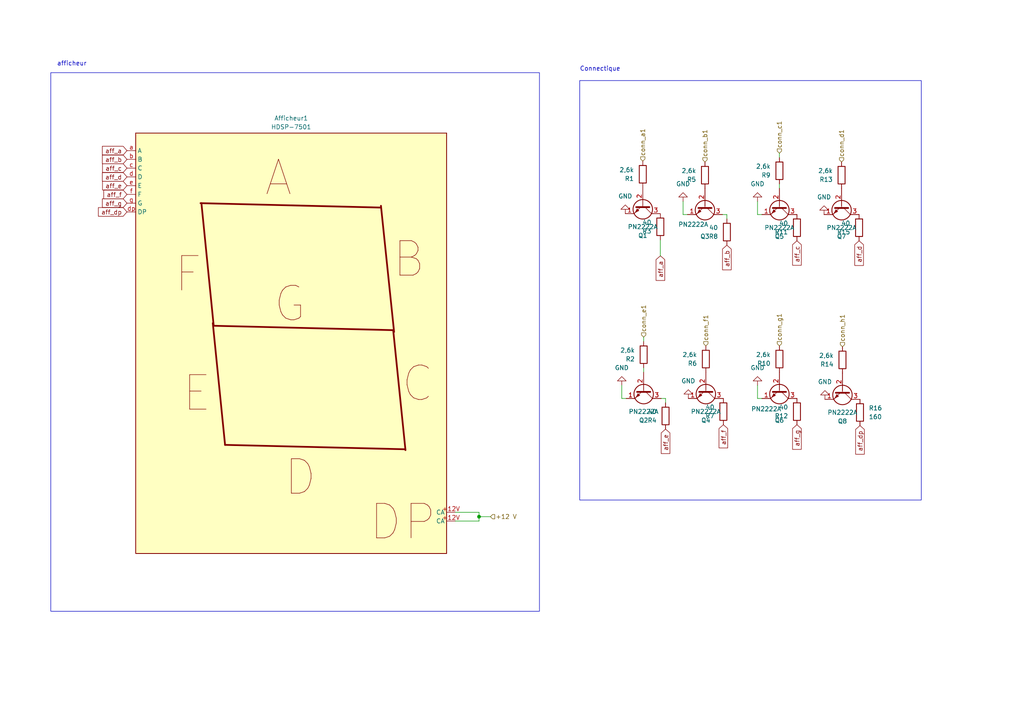
<source format=kicad_sch>
(kicad_sch (version 20230121) (generator eeschema)

  (uuid e8517312-9821-4902-bbef-5c9954281e69)

  (paper "A4")

  (lib_symbols
    (symbol "Device:R" (pin_numbers hide) (pin_names (offset 0)) (in_bom yes) (on_board yes)
      (property "Reference" "R" (at 2.032 0 90)
        (effects (font (size 1.27 1.27)))
      )
      (property "Value" "R" (at 0 0 90)
        (effects (font (size 1.27 1.27)))
      )
      (property "Footprint" "" (at -1.778 0 90)
        (effects (font (size 1.27 1.27)) hide)
      )
      (property "Datasheet" "~" (at 0 0 0)
        (effects (font (size 1.27 1.27)) hide)
      )
      (property "ki_keywords" "R res resistor" (at 0 0 0)
        (effects (font (size 1.27 1.27)) hide)
      )
      (property "ki_description" "Resistor" (at 0 0 0)
        (effects (font (size 1.27 1.27)) hide)
      )
      (property "ki_fp_filters" "R_*" (at 0 0 0)
        (effects (font (size 1.27 1.27)) hide)
      )
      (symbol "R_0_1"
        (rectangle (start -1.016 -2.54) (end 1.016 2.54)
          (stroke (width 0.254) (type default))
          (fill (type none))
        )
      )
      (symbol "R_1_1"
        (pin passive line (at 0 3.81 270) (length 1.27)
          (name "~" (effects (font (size 1.27 1.27))))
          (number "1" (effects (font (size 1.27 1.27))))
        )
        (pin passive line (at 0 -3.81 90) (length 1.27)
          (name "~" (effects (font (size 1.27 1.27))))
          (number "2" (effects (font (size 1.27 1.27))))
        )
      )
    )
    (symbol "HDSP-7501_1" (in_bom yes) (on_board yes)
      (property "Reference" "Afficheur2" (at 41.275 13.208 0)
        (effects (font (size 1.27 1.27)))
      )
      (property "Value" "HDSP-7501" (at 41.275 10.668 0)
        (effects (font (size 1.27 1.27)))
      )
      (property "Footprint" "Display_footprint:Aff_7seg_footprint" (at 68.834 -115.57 0)
        (effects (font (size 1.27 1.27)) hide)
      )
      (property "Datasheet" "https://docs.broadcom.com/docs/AV02-2553EN" (at 23.622 12.7 0)
        (effects (font (size 1.27 1.27)) hide)
      )
      (property "ki_keywords" "display LED 7-segment" (at 0 0 0)
        (effects (font (size 1.27 1.27)) hide)
      )
      (property "ki_description" "One digit 7 segment high efficiency red, common anode" (at 0 0 0)
        (effects (font (size 1.27 1.27)) hide)
      )
      (property "ki_fp_filters" "HDSP?A151*" (at 0 0 0)
        (effects (font (size 1.27 1.27)) hide)
      )
      (symbol "HDSP-7501_1_1_0"
        (text "A" (at 37.592 -4.064 0)
          (effects (font (size 10 10)))
        )
        (text "B" (at 75.438 -27.686 0)
          (effects (font (size 10 10)))
        )
        (text "C" (at 77.978 -63.754 0)
          (effects (font (size 10 10)))
        )
        (text "D" (at 43.942 -90.932 0)
          (effects (font (size 10 10)))
        )
        (text "DP" (at 73.66 -103.886 0)
          (effects (font (size 10 10)))
        )
        (text "E" (at 13.97 -66.548 0)
          (effects (font (size 10 10)))
        )
        (text "F" (at 11.43 -32.004 0)
          (effects (font (size 10 10)))
        )
        (text "G" (at 40.894 -40.64 0)
          (effects (font (size 10 10)))
        )
      )
      (symbol "HDSP-7501_1_1_1"
        (rectangle (start -3.81 8.89) (end 86.36 -113.03)
          (stroke (width 0.254) (type default))
          (fill (type background))
        )
        (polyline
          (pts
            (xy 14.986 -11.43)
            (xy 67.056 -12.7)
          )
          (stroke (width 0.508) (type default))
          (fill (type none))
        )
        (polyline
          (pts
            (xy 15.24 -11.43)
            (xy 18.796 -46.99)
          )
          (stroke (width 0.508) (type default))
          (fill (type none))
        )
        (polyline
          (pts
            (xy 18.542 -46.228)
            (xy 22.098 -81.534)
          )
          (stroke (width 0.508) (type default))
          (fill (type none))
        )
        (polyline
          (pts
            (xy 18.796 -46.99)
            (xy 70.866 -48.26)
          )
          (stroke (width 0.508) (type default))
          (fill (type none))
        )
        (polyline
          (pts
            (xy 21.336 -1.651)
            (xy 21.336 -1.651)
          )
          (stroke (width 0.508) (type default))
          (fill (type none))
        )
        (polyline
          (pts
            (xy 22.098 -81.534)
            (xy 74.168 -82.804)
          )
          (stroke (width 0.508) (type default))
          (fill (type none))
        )
        (polyline
          (pts
            (xy 67.31 -12.192)
            (xy 71.12 -48.768)
          )
          (stroke (width 0.508) (type default))
          (fill (type none))
        )
        (polyline
          (pts
            (xy 70.866 -48.26)
            (xy 74.422 -83.058)
          )
          (stroke (width 0.508) (type default))
          (fill (type none))
        )
        (pin input line (at 88.9 -103.632 180) (length 2.54)
          (name "CA" (effects (font (size 1.27 1.27))))
          (number "+12V" (effects (font (size 1.27 1.27))))
        )
        (pin input line (at 88.9 -101.092 180) (length 2.54)
          (name "CA" (effects (font (size 1.27 1.27))))
          (number "+12V" (effects (font (size 1.27 1.27))))
        )
        (pin input line (at -6.35 3.81 0) (length 2.54)
          (name "A" (effects (font (size 1.27 1.27))))
          (number "a" (effects (font (size 1.27 1.27))))
        )
        (pin input line (at -6.35 1.27 0) (length 2.54)
          (name "B" (effects (font (size 1.27 1.27))))
          (number "b" (effects (font (size 1.27 1.27))))
        )
        (pin input line (at -6.35 -1.27 0) (length 2.54)
          (name "C" (effects (font (size 1.27 1.27))))
          (number "c" (effects (font (size 1.27 1.27))))
        )
        (pin input line (at -6.35 -3.81 0) (length 2.54)
          (name "D" (effects (font (size 1.27 1.27))))
          (number "d" (effects (font (size 1.27 1.27))))
        )
        (pin input line (at -6.35 -13.97 0) (length 2.54)
          (name "DP" (effects (font (size 1.27 1.27))))
          (number "dp" (effects (font (size 1.27 1.27))))
        )
        (pin input line (at -6.35 -6.35 0) (length 2.54)
          (name "E" (effects (font (size 1.27 1.27))))
          (number "e" (effects (font (size 1.27 1.27))))
        )
        (pin input line (at -6.35 -8.89 0) (length 2.54)
          (name "F" (effects (font (size 1.27 1.27))))
          (number "f" (effects (font (size 1.27 1.27))))
        )
        (pin input line (at -6.35 -11.43 0) (length 2.54)
          (name "G" (effects (font (size 1.27 1.27))))
          (number "g" (effects (font (size 1.27 1.27))))
        )
      )
    )
    (symbol "Transistor_BJT:PN2222A" (pin_names (offset 0) hide) (in_bom yes) (on_board yes)
      (property "Reference" "Q" (at 5.08 1.905 0)
        (effects (font (size 1.27 1.27)) (justify left))
      )
      (property "Value" "PN2222A" (at 5.08 0 0)
        (effects (font (size 1.27 1.27)) (justify left))
      )
      (property "Footprint" "Package_TO_SOT_THT:TO-92_Inline" (at 5.08 -1.905 0)
        (effects (font (size 1.27 1.27) italic) (justify left) hide)
      )
      (property "Datasheet" "https://www.onsemi.com/pub/Collateral/PN2222-D.PDF" (at 0 0 0)
        (effects (font (size 1.27 1.27)) (justify left) hide)
      )
      (property "ki_keywords" "NPN Transistor" (at 0 0 0)
        (effects (font (size 1.27 1.27)) hide)
      )
      (property "ki_description" "1A Ic, 40V Vce, NPN Transistor, General Purpose Transistor, TO-92" (at 0 0 0)
        (effects (font (size 1.27 1.27)) hide)
      )
      (property "ki_fp_filters" "TO?92*" (at 0 0 0)
        (effects (font (size 1.27 1.27)) hide)
      )
      (symbol "PN2222A_0_1"
        (polyline
          (pts
            (xy 0 0)
            (xy 0.635 0)
          )
          (stroke (width 0) (type default))
          (fill (type none))
        )
        (polyline
          (pts
            (xy 2.54 -2.54)
            (xy 0.635 -0.635)
          )
          (stroke (width 0) (type default))
          (fill (type none))
        )
        (polyline
          (pts
            (xy 2.54 2.54)
            (xy 0.635 0.635)
          )
          (stroke (width 0) (type default))
          (fill (type none))
        )
        (polyline
          (pts
            (xy 0.635 1.905)
            (xy 0.635 -1.905)
            (xy 0.635 -1.905)
          )
          (stroke (width 0.508) (type default))
          (fill (type none))
        )
        (polyline
          (pts
            (xy 2.413 -2.413)
            (xy 1.905 -1.905)
            (xy 1.905 -1.905)
          )
          (stroke (width 0) (type default))
          (fill (type none))
        )
        (polyline
          (pts
            (xy 1.143 -1.651)
            (xy 1.651 -1.143)
            (xy 2.159 -2.159)
            (xy 1.143 -1.651)
            (xy 1.143 -1.651)
          )
          (stroke (width 0) (type default))
          (fill (type outline))
        )
        (circle (center 1.27 0) (radius 2.8194)
          (stroke (width 0.254) (type default))
          (fill (type none))
        )
      )
      (symbol "PN2222A_1_1"
        (pin passive line (at 2.54 -5.08 90) (length 2.54)
          (name "E" (effects (font (size 1.27 1.27))))
          (number "1" (effects (font (size 1.27 1.27))))
        )
        (pin input line (at -5.08 0 0) (length 5.08)
          (name "B" (effects (font (size 1.27 1.27))))
          (number "2" (effects (font (size 1.27 1.27))))
        )
        (pin passive line (at 2.54 5.08 270) (length 2.54)
          (name "C" (effects (font (size 1.27 1.27))))
          (number "3" (effects (font (size 1.27 1.27))))
        )
      )
    )
    (symbol "power:GND" (power) (pin_names (offset 0)) (in_bom yes) (on_board yes)
      (property "Reference" "#PWR" (at 0 -6.35 0)
        (effects (font (size 1.27 1.27)) hide)
      )
      (property "Value" "GND" (at 0 -3.81 0)
        (effects (font (size 1.27 1.27)))
      )
      (property "Footprint" "" (at 0 0 0)
        (effects (font (size 1.27 1.27)) hide)
      )
      (property "Datasheet" "" (at 0 0 0)
        (effects (font (size 1.27 1.27)) hide)
      )
      (property "ki_keywords" "global power" (at 0 0 0)
        (effects (font (size 1.27 1.27)) hide)
      )
      (property "ki_description" "Power symbol creates a global label with name \"GND\" , ground" (at 0 0 0)
        (effects (font (size 1.27 1.27)) hide)
      )
      (symbol "GND_0_1"
        (polyline
          (pts
            (xy 0 0)
            (xy 0 -1.27)
            (xy 1.27 -1.27)
            (xy 0 -2.54)
            (xy -1.27 -1.27)
            (xy 0 -1.27)
          )
          (stroke (width 0) (type default))
          (fill (type none))
        )
      )
      (symbol "GND_1_1"
        (pin power_in line (at 0 0 270) (length 0) hide
          (name "GND" (effects (font (size 1.27 1.27))))
          (number "1" (effects (font (size 1.27 1.27))))
        )
      )
    )
  )

  (junction (at 138.938 149.86) (diameter 0) (color 0 0 0 0)
    (uuid 22bfa694-6383-419a-b8bc-2969f7b696d3)
  )

  (wire (pts (xy 191.516 74.1934) (xy 191.516 69.596))
    (stroke (width 0) (type default))
    (uuid 07036d73-234d-4e7b-a787-9295de5f9d4d)
  )
  (wire (pts (xy 193.04 116.84) (xy 193.04 115.57))
    (stroke (width 0) (type default))
    (uuid 0fcde9c9-7f1d-4bd8-b43a-81ca3144b2ad)
  )
  (wire (pts (xy 138.938 148.59) (xy 138.938 149.86))
    (stroke (width 0) (type default))
    (uuid 19198da9-1eb0-45aa-bf42-04990a21e6a3)
  )
  (wire (pts (xy 226.06 54.61) (xy 226.06 53.34))
    (stroke (width 0) (type default))
    (uuid 1f14313b-1aaf-483e-b7f5-0f15e7371351)
  )
  (wire (pts (xy 142.24 149.86) (xy 138.938 149.86))
    (stroke (width 0) (type default))
    (uuid 255d0e80-98ce-4a32-bdb6-e385e39da188)
  )
  (wire (pts (xy 138.938 149.86) (xy 138.938 151.13))
    (stroke (width 0) (type default))
    (uuid 2da3ae50-7170-4d69-b474-06fe08db8a62)
  )
  (wire (pts (xy 226.06 44.45) (xy 226.06 45.72))
    (stroke (width 0) (type default))
    (uuid 3ea94193-f849-44f2-b255-965cb5d89d02)
  )
  (wire (pts (xy 138.938 151.13) (xy 132.08 151.13))
    (stroke (width 0) (type default))
    (uuid 57ccc595-7eb8-426a-8c8f-347d89e743c7)
  )
  (wire (pts (xy 220.98 115.57) (xy 219.71 115.57))
    (stroke (width 0) (type default))
    (uuid 7cb0acf9-1424-4d84-90c3-800de90e5c60)
  )
  (wire (pts (xy 193.04 115.57) (xy 191.77 115.57))
    (stroke (width 0) (type default))
    (uuid 80e7f254-c359-4d12-94bd-bc92a1bf8c3f)
  )
  (wire (pts (xy 186.69 107.95) (xy 186.69 106.68))
    (stroke (width 0) (type default))
    (uuid 82dce375-b1db-43da-8e43-b25dd45d9e88)
  )
  (wire (pts (xy 220.98 62.23) (xy 219.71 62.23))
    (stroke (width 0) (type default))
    (uuid 8839add0-d667-45ba-9dad-d6036a7636d0)
  )
  (wire (pts (xy 181.61 115.57) (xy 180.34 115.57))
    (stroke (width 0) (type default))
    (uuid 89615f6e-9a67-483d-ab0a-3403e56e358b)
  )
  (wire (pts (xy 132.08 148.59) (xy 138.938 148.59))
    (stroke (width 0) (type default))
    (uuid 946da4fd-cb81-41e8-8cf4-d918fd30d4ba)
  )
  (wire (pts (xy 219.71 115.57) (xy 219.71 111.76))
    (stroke (width 0) (type default))
    (uuid 9fdb419c-265b-49e7-bab0-3e5b23a985fe)
  )
  (wire (pts (xy 186.69 97.79) (xy 186.69 99.06))
    (stroke (width 0) (type default))
    (uuid a5aa9cb4-fa25-466c-8670-8e3a964d9d51)
  )
  (wire (pts (xy 198.12 62.23) (xy 198.12 58.42))
    (stroke (width 0) (type default))
    (uuid b0cb9a9b-69ef-40a5-9c6f-879ee491a617)
  )
  (wire (pts (xy 219.71 62.23) (xy 219.71 58.42))
    (stroke (width 0) (type default))
    (uuid c90f9124-7278-4d50-9c9b-f753cf75a056)
  )
  (wire (pts (xy 210.82 62.23) (xy 209.55 62.23))
    (stroke (width 0) (type default))
    (uuid ce2f2641-40e5-41c3-8e7b-4cc126b95e73)
  )
  (wire (pts (xy 191.5414 74.1934) (xy 191.516 74.1934))
    (stroke (width 0) (type default))
    (uuid e0364a46-1178-473b-a79c-72ac40648d82)
  )
  (wire (pts (xy 210.82 63.5) (xy 210.82 62.23))
    (stroke (width 0) (type default))
    (uuid e1e773ff-1a10-45f7-a44a-5cf40683b40f)
  )
  (wire (pts (xy 199.39 62.23) (xy 198.12 62.23))
    (stroke (width 0) (type default))
    (uuid f2355016-1729-46d1-9cfb-5d0bd8271e02)
  )
  (wire (pts (xy 180.34 115.57) (xy 180.34 111.76))
    (stroke (width 0) (type default))
    (uuid f45f7eae-e8c5-4335-91e2-76d36a9c6dc1)
  )

  (rectangle (start 97.536 233.934) (end 97.536 233.934)
    (stroke (width 0) (type default))
    (fill (type none))
    (uuid 6b078832-765b-4bf1-bc4c-4071737b3704)
  )
  (rectangle (start 168.148 23.368) (end 267.208 145.034)
    (stroke (width 0) (type default))
    (fill (type none))
    (uuid 9eb343d5-0c8d-42b4-8baf-6703337955da)
  )
  (rectangle (start 14.732 21.082) (end 156.464 177.292)
    (stroke (width 0) (type default))
    (fill (type none))
    (uuid d770d5ee-e2d5-4f45-8a16-f15ec89bf372)
  )

  (text "afficheur" (at 16.51 19.304 0)
    (effects (font (size 1.27 1.27)) (justify left bottom))
    (uuid 1fca170f-7c4e-4a71-ac66-8cc6c259546d)
  )
  (text "Connectique" (at 168.148 20.828 0)
    (effects (font (size 1.27 1.27)) (justify left bottom))
    (uuid a6d2847f-5232-4c39-a02e-a3e2db6f8bd2)
  )

  (global_label "aff_g" (shape input) (at 231.14 123.19 270) (fields_autoplaced)
    (effects (font (size 1.27 1.27)) (justify right))
    (uuid 2ae5f71d-2d17-4b22-b996-da9fd486f3fd)
    (property "Intersheetrefs" "${INTERSHEET_REFS}" (at 231.14 130.8922 90)
      (effects (font (size 1.27 1.27)) (justify right) hide)
    )
  )
  (global_label "aff_f" (shape input) (at 209.804 123.19 270) (fields_autoplaced)
    (effects (font (size 1.27 1.27)) (justify right))
    (uuid 384d7018-758a-4454-9c2c-ac3e767c6b82)
    (property "Intersheetrefs" "${INTERSHEET_REFS}" (at 209.804 130.4689 90)
      (effects (font (size 1.27 1.27)) (justify right) hide)
    )
  )
  (global_label "aff_b" (shape input) (at 36.83 46.228 180) (fields_autoplaced)
    (effects (font (size 1.27 1.27)) (justify right))
    (uuid 614f54f5-4c04-4895-9c4a-5554f2ddd10c)
    (property "Intersheetrefs" "${INTERSHEET_REFS}" (at 29.1278 46.228 0)
      (effects (font (size 1.27 1.27)) (justify right) hide)
    )
  )
  (global_label "aff_dp" (shape input) (at 36.83 61.468 180) (fields_autoplaced)
    (effects (font (size 1.27 1.27)) (justify right))
    (uuid 6618a01d-3b60-42a9-8fd7-70c42c82b2d0)
    (property "Intersheetrefs" "${INTERSHEET_REFS}" (at 27.9788 61.468 0)
      (effects (font (size 1.27 1.27)) (justify right) hide)
    )
  )
  (global_label "aff_f" (shape input) (at 36.83 56.388 180) (fields_autoplaced)
    (effects (font (size 1.27 1.27)) (justify right))
    (uuid 86194583-647e-4c1c-af60-9f3220044141)
    (property "Intersheetrefs" "${INTERSHEET_REFS}" (at 29.5511 56.388 0)
      (effects (font (size 1.27 1.27)) (justify right) hide)
    )
  )
  (global_label "aff_dp" (shape input) (at 249.428 123.444 270) (fields_autoplaced)
    (effects (font (size 1.27 1.27)) (justify right))
    (uuid 8974f42a-bf84-4572-bb7e-81a685029b7e)
    (property "Intersheetrefs" "${INTERSHEET_REFS}" (at 249.428 132.2952 90)
      (effects (font (size 1.27 1.27)) (justify right) hide)
    )
  )
  (global_label "aff_e" (shape input) (at 36.83 53.848 180) (fields_autoplaced)
    (effects (font (size 1.27 1.27)) (justify right))
    (uuid 965433d3-8a7d-44f2-8e24-3c0915883ecc)
    (property "Intersheetrefs" "${INTERSHEET_REFS}" (at 29.1882 53.848 0)
      (effects (font (size 1.27 1.27)) (justify right) hide)
    )
  )
  (global_label "aff_c" (shape input) (at 36.83 48.768 180) (fields_autoplaced)
    (effects (font (size 1.27 1.27)) (justify right))
    (uuid 98915546-63e0-4981-9a1e-48a3a6daaa8b)
    (property "Intersheetrefs" "${INTERSHEET_REFS}" (at 29.1882 48.768 0)
      (effects (font (size 1.27 1.27)) (justify right) hide)
    )
  )
  (global_label "aff_b" (shape input) (at 210.82 71.12 270) (fields_autoplaced)
    (effects (font (size 1.27 1.27)) (justify right))
    (uuid 9efeb783-557d-4814-96b3-7b4c5d39afe4)
    (property "Intersheetrefs" "${INTERSHEET_REFS}" (at 210.82 78.8222 90)
      (effects (font (size 1.27 1.27)) (justify right) hide)
    )
  )
  (global_label "aff_d" (shape input) (at 36.83 51.308 180) (fields_autoplaced)
    (effects (font (size 1.27 1.27)) (justify right))
    (uuid bf0100de-3420-4c2b-82ed-a25c85a1ece8)
    (property "Intersheetrefs" "${INTERSHEET_REFS}" (at 29.1278 51.308 0)
      (effects (font (size 1.27 1.27)) (justify right) hide)
    )
  )
  (global_label "aff_g" (shape input) (at 36.83 58.928 180) (fields_autoplaced)
    (effects (font (size 1.27 1.27)) (justify right))
    (uuid cf37f74c-1408-4263-8610-ef42566ab61c)
    (property "Intersheetrefs" "${INTERSHEET_REFS}" (at 29.1278 58.928 0)
      (effects (font (size 1.27 1.27)) (justify right) hide)
    )
  )
  (global_label "aff_c" (shape input) (at 231.14 69.85 270) (fields_autoplaced)
    (effects (font (size 1.27 1.27)) (justify right))
    (uuid daf4f1f2-fcd0-444d-b57a-9aea0409b224)
    (property "Intersheetrefs" "${INTERSHEET_REFS}" (at 231.14 77.4918 90)
      (effects (font (size 1.27 1.27)) (justify right) hide)
    )
  )
  (global_label "aff_d" (shape input) (at 249.174 69.85 270) (fields_autoplaced)
    (effects (font (size 1.27 1.27)) (justify right))
    (uuid dd305f1c-56f3-4540-b429-830869adfd3c)
    (property "Intersheetrefs" "${INTERSHEET_REFS}" (at 249.174 77.5522 90)
      (effects (font (size 1.27 1.27)) (justify right) hide)
    )
  )
  (global_label "aff_a" (shape input) (at 191.5414 74.1934 270) (fields_autoplaced)
    (effects (font (size 1.27 1.27)) (justify right))
    (uuid e2fbb714-a533-42df-963c-313ca3f6a53a)
    (property "Intersheetrefs" "${INTERSHEET_REFS}" (at 191.5414 81.8956 90)
      (effects (font (size 1.27 1.27)) (justify right) hide)
    )
  )
  (global_label "aff_a" (shape input) (at 36.83 43.688 180) (fields_autoplaced)
    (effects (font (size 1.27 1.27)) (justify right))
    (uuid f1daa175-1219-490e-bace-edf9004a0aec)
    (property "Intersheetrefs" "${INTERSHEET_REFS}" (at 29.1278 43.688 0)
      (effects (font (size 1.27 1.27)) (justify right) hide)
    )
  )
  (global_label "aff_e" (shape input) (at 193.04 124.46 270) (fields_autoplaced)
    (effects (font (size 1.27 1.27)) (justify right))
    (uuid f24c3d4a-a39b-4f7f-8e3b-305d5242171a)
    (property "Intersheetrefs" "${INTERSHEET_REFS}" (at 193.04 132.1018 90)
      (effects (font (size 1.27 1.27)) (justify right) hide)
    )
  )

  (hierarchical_label "conn_h1" (shape input) (at 244.348 100.584 90) (fields_autoplaced)
    (effects (font (size 1.27 1.27)) (justify left))
    (uuid 36e893eb-67e4-4984-8290-06d85e3ad7af)
  )
  (hierarchical_label "conn_b1" (shape input) (at 204.47 46.99 90) (fields_autoplaced)
    (effects (font (size 1.27 1.27)) (justify left))
    (uuid 585c490f-f991-485c-bbd5-7afb2e28b1d7)
  )
  (hierarchical_label "conn_f1" (shape input) (at 204.724 100.33 90) (fields_autoplaced)
    (effects (font (size 1.27 1.27)) (justify left))
    (uuid 69c5af70-8d5b-4d02-b87d-d26798ff4ddf)
  )
  (hierarchical_label "conn_d1" (shape input) (at 244.094 46.99 90) (fields_autoplaced)
    (effects (font (size 1.27 1.27)) (justify left))
    (uuid 6fb826e9-a189-455b-a416-663561009a9a)
  )
  (hierarchical_label "+12 V" (shape input) (at 142.24 149.86 0) (fields_autoplaced)
    (effects (font (size 1.27 1.27)) (justify left))
    (uuid a5367c25-8e50-4e93-b4b5-2e1e05f08df7)
  )
  (hierarchical_label "conn_e1" (shape input) (at 186.69 97.79 90) (fields_autoplaced)
    (effects (font (size 1.27 1.27)) (justify left))
    (uuid ad379b91-94b7-41b7-8f4b-b0c2244a722a)
  )
  (hierarchical_label "conn_g1" (shape input) (at 226.06 100.33 90) (fields_autoplaced)
    (effects (font (size 1.27 1.27)) (justify left))
    (uuid b93d7cfc-cba3-4655-a3a1-9844c0de1008)
  )
  (hierarchical_label "conn_a1" (shape input) (at 186.436 46.736 90) (fields_autoplaced)
    (effects (font (size 1.27 1.27)) (justify left))
    (uuid bdb7b2dc-0dd5-4113-bda0-65575a1309b5)
  )
  (hierarchical_label "conn_c1" (shape input) (at 226.06 44.45 90) (fields_autoplaced)
    (effects (font (size 1.27 1.27)) (justify left))
    (uuid c30f888e-5378-4e15-a269-4d790795a0a0)
  )

  (symbol (lib_id "power:GND") (at 219.71 111.76 180) (unit 1)
    (in_bom yes) (on_board yes) (dnp no) (fields_autoplaced)
    (uuid 0297fc9a-2858-4a86-808a-74a627607933)
    (property "Reference" "#PWR013" (at 219.71 105.41 0)
      (effects (font (size 1.27 1.27)) hide)
    )
    (property "Value" "GND" (at 219.71 106.68 0)
      (effects (font (size 1.27 1.27)))
    )
    (property "Footprint" "" (at 219.71 111.76 0)
      (effects (font (size 1.27 1.27)) hide)
    )
    (property "Datasheet" "" (at 219.71 111.76 0)
      (effects (font (size 1.27 1.27)) hide)
    )
    (pin "1" (uuid 35754638-c04c-4ae6-84aa-f7817d0aa849))
    (instances
      (project "Afficheur7seg"
        (path "/7abbd530-c267-48d4-8b79-c30610b5de3c/8618d3ed-de0d-4885-a088-372ab94c9724"
          (reference "#PWR013") (unit 1)
        )
        (path "/7abbd530-c267-48d4-8b79-c30610b5de3c/bdc106e9-940b-479f-9321-ec59a33c3d39"
          (reference "#PWR021") (unit 1)
        )
        (path "/7abbd530-c267-48d4-8b79-c30610b5de3c/85b107c3-4268-4698-996c-78ecf2a8840d"
          (reference "#PWR029") (unit 1)
        )
        (path "/7abbd530-c267-48d4-8b79-c30610b5de3c/1ecd3a07-7b2e-4e21-bf5d-72756b8d4e9c"
          (reference "#PWR043") (unit 1)
        )
      )
    )
  )

  (symbol (lib_id "Device:R") (at 249.174 66.04 180) (unit 1)
    (in_bom yes) (on_board yes) (dnp no) (fields_autoplaced)
    (uuid 035100b4-c272-41cb-b1cc-a2d6166293aa)
    (property "Reference" "R15" (at 246.634 67.31 0)
      (effects (font (size 1.27 1.27)) (justify left))
    )
    (property "Value" "40" (at 246.634 64.77 0)
      (effects (font (size 1.27 1.27)) (justify left))
    )
    (property "Footprint" "Resistor_THT:R_Axial_DIN0414_L11.9mm_D4.5mm_P15.24mm_Horizontal" (at 250.952 66.04 90)
      (effects (font (size 1.27 1.27)) hide)
    )
    (property "Datasheet" "~" (at 249.174 66.04 0)
      (effects (font (size 1.27 1.27)) hide)
    )
    (pin "2" (uuid 5cf078a6-e0de-41ff-8929-1cec82f58441))
    (pin "1" (uuid f13dd09b-77aa-4367-96dd-f2bb986116ad))
    (instances
      (project "Afficheur7seg"
        (path "/7abbd530-c267-48d4-8b79-c30610b5de3c/8618d3ed-de0d-4885-a088-372ab94c9724"
          (reference "R15") (unit 1)
        )
        (path "/7abbd530-c267-48d4-8b79-c30610b5de3c/bdc106e9-940b-479f-9321-ec59a33c3d39"
          (reference "R31") (unit 1)
        )
        (path "/7abbd530-c267-48d4-8b79-c30610b5de3c/85b107c3-4268-4698-996c-78ecf2a8840d"
          (reference "R47") (unit 1)
        )
        (path "/7abbd530-c267-48d4-8b79-c30610b5de3c/1ecd3a07-7b2e-4e21-bf5d-72756b8d4e9c"
          (reference "R65") (unit 1)
        )
      )
    )
  )

  (symbol (lib_id "Device:R") (at 244.348 104.394 180) (unit 1)
    (in_bom yes) (on_board yes) (dnp no) (fields_autoplaced)
    (uuid 0998a49b-b325-4ebc-87e6-495fd8453e58)
    (property "Reference" "R14" (at 241.808 105.664 0)
      (effects (font (size 1.27 1.27)) (justify left))
    )
    (property "Value" "2,6k" (at 241.808 103.124 0)
      (effects (font (size 1.27 1.27)) (justify left))
    )
    (property "Footprint" "Resistor_SMD:R_0805_2012Metric" (at 246.126 104.394 90)
      (effects (font (size 1.27 1.27)) hide)
    )
    (property "Datasheet" "~" (at 244.348 104.394 0)
      (effects (font (size 1.27 1.27)) hide)
    )
    (pin "2" (uuid c4967b7c-edbe-427a-b00a-01c4a1f04d11))
    (pin "1" (uuid fcd4bccb-0fe7-491a-b8e6-41f9e6ca8f07))
    (instances
      (project "Afficheur7seg"
        (path "/7abbd530-c267-48d4-8b79-c30610b5de3c/8618d3ed-de0d-4885-a088-372ab94c9724"
          (reference "R14") (unit 1)
        )
        (path "/7abbd530-c267-48d4-8b79-c30610b5de3c/bdc106e9-940b-479f-9321-ec59a33c3d39"
          (reference "R30") (unit 1)
        )
        (path "/7abbd530-c267-48d4-8b79-c30610b5de3c/85b107c3-4268-4698-996c-78ecf2a8840d"
          (reference "R46") (unit 1)
        )
        (path "/7abbd530-c267-48d4-8b79-c30610b5de3c/1ecd3a07-7b2e-4e21-bf5d-72756b8d4e9c"
          (reference "R64") (unit 1)
        )
      )
    )
  )

  (symbol (lib_id "Device:R") (at 244.094 50.8 180) (unit 1)
    (in_bom yes) (on_board yes) (dnp no) (fields_autoplaced)
    (uuid 110c5cda-a667-4e3b-baaf-e90724c149d4)
    (property "Reference" "R13" (at 241.554 52.07 0)
      (effects (font (size 1.27 1.27)) (justify left))
    )
    (property "Value" "2,6k" (at 241.554 49.53 0)
      (effects (font (size 1.27 1.27)) (justify left))
    )
    (property "Footprint" "Resistor_SMD:R_0805_2012Metric" (at 245.872 50.8 90)
      (effects (font (size 1.27 1.27)) hide)
    )
    (property "Datasheet" "~" (at 244.094 50.8 0)
      (effects (font (size 1.27 1.27)) hide)
    )
    (pin "2" (uuid 75f05843-0318-43ca-9cbc-66d487901e34))
    (pin "1" (uuid f9352963-1082-4f34-b203-3196724fbf15))
    (instances
      (project "Afficheur7seg"
        (path "/7abbd530-c267-48d4-8b79-c30610b5de3c/8618d3ed-de0d-4885-a088-372ab94c9724"
          (reference "R13") (unit 1)
        )
        (path "/7abbd530-c267-48d4-8b79-c30610b5de3c/bdc106e9-940b-479f-9321-ec59a33c3d39"
          (reference "R29") (unit 1)
        )
        (path "/7abbd530-c267-48d4-8b79-c30610b5de3c/85b107c3-4268-4698-996c-78ecf2a8840d"
          (reference "R45") (unit 1)
        )
        (path "/7abbd530-c267-48d4-8b79-c30610b5de3c/1ecd3a07-7b2e-4e21-bf5d-72756b8d4e9c"
          (reference "R63") (unit 1)
        )
      )
    )
  )

  (symbol (lib_id "power:GND") (at 239.014 62.23 180) (unit 1)
    (in_bom yes) (on_board yes) (dnp no) (fields_autoplaced)
    (uuid 1e18b38d-c01a-4daf-9231-bd93f1fe9bee)
    (property "Reference" "#PWR014" (at 239.014 55.88 0)
      (effects (font (size 1.27 1.27)) hide)
    )
    (property "Value" "GND" (at 239.014 57.15 0)
      (effects (font (size 1.27 1.27)))
    )
    (property "Footprint" "" (at 239.014 62.23 0)
      (effects (font (size 1.27 1.27)) hide)
    )
    (property "Datasheet" "" (at 239.014 62.23 0)
      (effects (font (size 1.27 1.27)) hide)
    )
    (pin "1" (uuid a99694dc-2e6c-440e-a72d-2940b2400d98))
    (instances
      (project "Afficheur7seg"
        (path "/7abbd530-c267-48d4-8b79-c30610b5de3c/8618d3ed-de0d-4885-a088-372ab94c9724"
          (reference "#PWR014") (unit 1)
        )
        (path "/7abbd530-c267-48d4-8b79-c30610b5de3c/bdc106e9-940b-479f-9321-ec59a33c3d39"
          (reference "#PWR022") (unit 1)
        )
        (path "/7abbd530-c267-48d4-8b79-c30610b5de3c/85b107c3-4268-4698-996c-78ecf2a8840d"
          (reference "#PWR030") (unit 1)
        )
        (path "/7abbd530-c267-48d4-8b79-c30610b5de3c/1ecd3a07-7b2e-4e21-bf5d-72756b8d4e9c"
          (reference "#PWR044") (unit 1)
        )
      )
    )
  )

  (symbol (lib_id "Device:R") (at 204.724 104.14 180) (unit 1)
    (in_bom yes) (on_board yes) (dnp no) (fields_autoplaced)
    (uuid 1f5bd74b-943f-403a-97d9-ebe0ac47634e)
    (property "Reference" "R6" (at 202.184 105.41 0)
      (effects (font (size 1.27 1.27)) (justify left))
    )
    (property "Value" "2,6k" (at 202.184 102.87 0)
      (effects (font (size 1.27 1.27)) (justify left))
    )
    (property "Footprint" "Resistor_SMD:R_0805_2012Metric" (at 206.502 104.14 90)
      (effects (font (size 1.27 1.27)) hide)
    )
    (property "Datasheet" "~" (at 204.724 104.14 0)
      (effects (font (size 1.27 1.27)) hide)
    )
    (pin "2" (uuid 1bc0bdd6-6569-4291-aba4-d48e7522e859))
    (pin "1" (uuid 391adab6-0900-4b0e-a2da-9398ea925952))
    (instances
      (project "Afficheur7seg"
        (path "/7abbd530-c267-48d4-8b79-c30610b5de3c/8618d3ed-de0d-4885-a088-372ab94c9724"
          (reference "R6") (unit 1)
        )
        (path "/7abbd530-c267-48d4-8b79-c30610b5de3c/bdc106e9-940b-479f-9321-ec59a33c3d39"
          (reference "R22") (unit 1)
        )
        (path "/7abbd530-c267-48d4-8b79-c30610b5de3c/85b107c3-4268-4698-996c-78ecf2a8840d"
          (reference "R38") (unit 1)
        )
        (path "/7abbd530-c267-48d4-8b79-c30610b5de3c/1ecd3a07-7b2e-4e21-bf5d-72756b8d4e9c"
          (reference "R56") (unit 1)
        )
      )
    )
  )

  (symbol (lib_id "power:GND") (at 199.644 115.57 180) (unit 1)
    (in_bom yes) (on_board yes) (dnp no) (fields_autoplaced)
    (uuid 2804de14-9c80-433c-af02-d5aae7385a48)
    (property "Reference" "#PWR011" (at 199.644 109.22 0)
      (effects (font (size 1.27 1.27)) hide)
    )
    (property "Value" "GND" (at 199.644 110.49 0)
      (effects (font (size 1.27 1.27)))
    )
    (property "Footprint" "" (at 199.644 115.57 0)
      (effects (font (size 1.27 1.27)) hide)
    )
    (property "Datasheet" "" (at 199.644 115.57 0)
      (effects (font (size 1.27 1.27)) hide)
    )
    (pin "1" (uuid 8b2accbd-e88e-465e-bf1e-6bb162e6705c))
    (instances
      (project "Afficheur7seg"
        (path "/7abbd530-c267-48d4-8b79-c30610b5de3c/8618d3ed-de0d-4885-a088-372ab94c9724"
          (reference "#PWR011") (unit 1)
        )
        (path "/7abbd530-c267-48d4-8b79-c30610b5de3c/bdc106e9-940b-479f-9321-ec59a33c3d39"
          (reference "#PWR019") (unit 1)
        )
        (path "/7abbd530-c267-48d4-8b79-c30610b5de3c/85b107c3-4268-4698-996c-78ecf2a8840d"
          (reference "#PWR027") (unit 1)
        )
        (path "/7abbd530-c267-48d4-8b79-c30610b5de3c/1ecd3a07-7b2e-4e21-bf5d-72756b8d4e9c"
          (reference "#PWR041") (unit 1)
        )
      )
    )
  )

  (symbol (lib_id "power:GND") (at 239.268 115.824 180) (unit 1)
    (in_bom yes) (on_board yes) (dnp no) (fields_autoplaced)
    (uuid 2d481499-a78f-4467-94b5-6aa92bfbf57a)
    (property "Reference" "#PWR015" (at 239.268 109.474 0)
      (effects (font (size 1.27 1.27)) hide)
    )
    (property "Value" "GND" (at 239.268 110.744 0)
      (effects (font (size 1.27 1.27)))
    )
    (property "Footprint" "" (at 239.268 115.824 0)
      (effects (font (size 1.27 1.27)) hide)
    )
    (property "Datasheet" "" (at 239.268 115.824 0)
      (effects (font (size 1.27 1.27)) hide)
    )
    (pin "1" (uuid ea86a1aa-59d3-4782-aa39-c0c4a12b481c))
    (instances
      (project "Afficheur7seg"
        (path "/7abbd530-c267-48d4-8b79-c30610b5de3c/8618d3ed-de0d-4885-a088-372ab94c9724"
          (reference "#PWR015") (unit 1)
        )
        (path "/7abbd530-c267-48d4-8b79-c30610b5de3c/bdc106e9-940b-479f-9321-ec59a33c3d39"
          (reference "#PWR023") (unit 1)
        )
        (path "/7abbd530-c267-48d4-8b79-c30610b5de3c/85b107c3-4268-4698-996c-78ecf2a8840d"
          (reference "#PWR031") (unit 1)
        )
        (path "/7abbd530-c267-48d4-8b79-c30610b5de3c/1ecd3a07-7b2e-4e21-bf5d-72756b8d4e9c"
          (reference "#PWR045") (unit 1)
        )
      )
    )
  )

  (symbol (lib_id "Transistor_BJT:PN2222A") (at 186.69 113.03 270) (unit 1)
    (in_bom yes) (on_board yes) (dnp no) (fields_autoplaced)
    (uuid 3f346453-ac75-4cd5-bdc8-0c329c5fe204)
    (property "Reference" "Q2" (at 186.69 121.92 90)
      (effects (font (size 1.27 1.27)))
    )
    (property "Value" "PN2222A" (at 186.69 119.38 90)
      (effects (font (size 1.27 1.27)))
    )
    (property "Footprint" "Package_TO_SOT_THT:TO-92_Inline" (at 184.785 118.11 0)
      (effects (font (size 1.27 1.27) italic) (justify left) hide)
    )
    (property "Datasheet" "https://www.onsemi.com/pub/Collateral/PN2222-D.PDF" (at 186.69 113.03 0)
      (effects (font (size 1.27 1.27)) (justify left) hide)
    )
    (pin "1" (uuid 7c25c33e-662b-4ee8-a7ec-38f4e6bd3419))
    (pin "3" (uuid b249a1d1-d126-4227-bad4-aef1e7504165))
    (pin "2" (uuid c687a814-acb1-40a3-9a8e-d8e07eb4278f))
    (instances
      (project "Afficheur7seg"
        (path "/7abbd530-c267-48d4-8b79-c30610b5de3c/8618d3ed-de0d-4885-a088-372ab94c9724"
          (reference "Q2") (unit 1)
        )
        (path "/7abbd530-c267-48d4-8b79-c30610b5de3c/bdc106e9-940b-479f-9321-ec59a33c3d39"
          (reference "Q10") (unit 1)
        )
        (path "/7abbd530-c267-48d4-8b79-c30610b5de3c/85b107c3-4268-4698-996c-78ecf2a8840d"
          (reference "Q18") (unit 1)
        )
        (path "/7abbd530-c267-48d4-8b79-c30610b5de3c/1ecd3a07-7b2e-4e21-bf5d-72756b8d4e9c"
          (reference "Q26") (unit 1)
        )
      )
    )
  )

  (symbol (lib_id "Transistor_BJT:PN2222A") (at 244.348 113.284 270) (unit 1)
    (in_bom yes) (on_board yes) (dnp no) (fields_autoplaced)
    (uuid 428b965d-2c70-464c-a4b0-3b043e3dd7e9)
    (property "Reference" "Q8" (at 244.348 122.174 90)
      (effects (font (size 1.27 1.27)))
    )
    (property "Value" "PN2222A" (at 244.348 119.634 90)
      (effects (font (size 1.27 1.27)))
    )
    (property "Footprint" "Package_TO_SOT_THT:TO-92_Inline" (at 242.443 118.364 0)
      (effects (font (size 1.27 1.27) italic) (justify left) hide)
    )
    (property "Datasheet" "https://www.onsemi.com/pub/Collateral/PN2222-D.PDF" (at 244.348 113.284 0)
      (effects (font (size 1.27 1.27)) (justify left) hide)
    )
    (pin "1" (uuid c5ab16ac-55b0-4a75-97c7-0dcbb71598fe))
    (pin "3" (uuid 7ce70fdd-1ad6-4b43-a6ef-8d7b2eba6b15))
    (pin "2" (uuid 0dbc5675-590c-4d40-a848-2a6f8510a3fa))
    (instances
      (project "Afficheur7seg"
        (path "/7abbd530-c267-48d4-8b79-c30610b5de3c/8618d3ed-de0d-4885-a088-372ab94c9724"
          (reference "Q8") (unit 1)
        )
        (path "/7abbd530-c267-48d4-8b79-c30610b5de3c/bdc106e9-940b-479f-9321-ec59a33c3d39"
          (reference "Q16") (unit 1)
        )
        (path "/7abbd530-c267-48d4-8b79-c30610b5de3c/85b107c3-4268-4698-996c-78ecf2a8840d"
          (reference "Q24") (unit 1)
        )
        (path "/7abbd530-c267-48d4-8b79-c30610b5de3c/1ecd3a07-7b2e-4e21-bf5d-72756b8d4e9c"
          (reference "Q32") (unit 1)
        )
      )
    )
  )

  (symbol (lib_id "Device:R") (at 231.14 66.04 180) (unit 1)
    (in_bom yes) (on_board yes) (dnp no) (fields_autoplaced)
    (uuid 4c64f740-3cfc-4047-8ce0-7273224e8ea7)
    (property "Reference" "R11" (at 228.6 67.31 0)
      (effects (font (size 1.27 1.27)) (justify left))
    )
    (property "Value" "40" (at 228.6 64.77 0)
      (effects (font (size 1.27 1.27)) (justify left))
    )
    (property "Footprint" "Resistor_THT:R_Axial_DIN0414_L11.9mm_D4.5mm_P15.24mm_Horizontal" (at 232.918 66.04 90)
      (effects (font (size 1.27 1.27)) hide)
    )
    (property "Datasheet" "~" (at 231.14 66.04 0)
      (effects (font (size 1.27 1.27)) hide)
    )
    (pin "2" (uuid 3113b6df-7da5-43db-aa34-0a83851786cd))
    (pin "1" (uuid 6ed023b2-efa6-4405-8cd8-6cf7e1781940))
    (instances
      (project "Afficheur7seg"
        (path "/7abbd530-c267-48d4-8b79-c30610b5de3c/8618d3ed-de0d-4885-a088-372ab94c9724"
          (reference "R11") (unit 1)
        )
        (path "/7abbd530-c267-48d4-8b79-c30610b5de3c/bdc106e9-940b-479f-9321-ec59a33c3d39"
          (reference "R27") (unit 1)
        )
        (path "/7abbd530-c267-48d4-8b79-c30610b5de3c/85b107c3-4268-4698-996c-78ecf2a8840d"
          (reference "R43") (unit 1)
        )
        (path "/7abbd530-c267-48d4-8b79-c30610b5de3c/1ecd3a07-7b2e-4e21-bf5d-72756b8d4e9c"
          (reference "R61") (unit 1)
        )
      )
    )
  )

  (symbol (lib_id "Device:R") (at 186.436 50.546 180) (unit 1)
    (in_bom yes) (on_board yes) (dnp no) (fields_autoplaced)
    (uuid 4f0d5a25-4120-4f83-bb1f-65d431fbb954)
    (property "Reference" "R1" (at 183.896 51.816 0)
      (effects (font (size 1.27 1.27)) (justify left))
    )
    (property "Value" "2,6k" (at 183.896 49.276 0)
      (effects (font (size 1.27 1.27)) (justify left))
    )
    (property "Footprint" "Resistor_SMD:R_0805_2012Metric" (at 188.214 50.546 90)
      (effects (font (size 1.27 1.27)) hide)
    )
    (property "Datasheet" "~" (at 186.436 50.546 0)
      (effects (font (size 1.27 1.27)) hide)
    )
    (pin "2" (uuid 954a78ab-b817-47b3-9df4-dab0e2ab9887))
    (pin "1" (uuid 0c7d19c9-c3ce-4c9e-b3f5-1dc699c1ef8b))
    (instances
      (project "Afficheur7seg"
        (path "/7abbd530-c267-48d4-8b79-c30610b5de3c/8618d3ed-de0d-4885-a088-372ab94c9724"
          (reference "R1") (unit 1)
        )
        (path "/7abbd530-c267-48d4-8b79-c30610b5de3c/bdc106e9-940b-479f-9321-ec59a33c3d39"
          (reference "R17") (unit 1)
        )
        (path "/7abbd530-c267-48d4-8b79-c30610b5de3c/85b107c3-4268-4698-996c-78ecf2a8840d"
          (reference "R33") (unit 1)
        )
        (path "/7abbd530-c267-48d4-8b79-c30610b5de3c/1ecd3a07-7b2e-4e21-bf5d-72756b8d4e9c"
          (reference "R51") (unit 1)
        )
      )
    )
  )

  (symbol (lib_id "Device:R") (at 210.82 67.31 180) (unit 1)
    (in_bom yes) (on_board yes) (dnp no) (fields_autoplaced)
    (uuid 50adfd66-f0a9-4181-912e-31be53dae5c6)
    (property "Reference" "R8" (at 208.28 68.58 0)
      (effects (font (size 1.27 1.27)) (justify left))
    )
    (property "Value" "40" (at 208.28 66.04 0)
      (effects (font (size 1.27 1.27)) (justify left))
    )
    (property "Footprint" "Resistor_THT:R_Axial_DIN0414_L11.9mm_D4.5mm_P15.24mm_Horizontal" (at 212.598 67.31 90)
      (effects (font (size 1.27 1.27)) hide)
    )
    (property "Datasheet" "~" (at 210.82 67.31 0)
      (effects (font (size 1.27 1.27)) hide)
    )
    (pin "2" (uuid c84bbd43-561d-4786-918a-eba8d25d15f5))
    (pin "1" (uuid 873bfd4b-9c53-4957-ae00-94b5a4af7d85))
    (instances
      (project "Afficheur7seg"
        (path "/7abbd530-c267-48d4-8b79-c30610b5de3c/8618d3ed-de0d-4885-a088-372ab94c9724"
          (reference "R8") (unit 1)
        )
        (path "/7abbd530-c267-48d4-8b79-c30610b5de3c/bdc106e9-940b-479f-9321-ec59a33c3d39"
          (reference "R24") (unit 1)
        )
        (path "/7abbd530-c267-48d4-8b79-c30610b5de3c/85b107c3-4268-4698-996c-78ecf2a8840d"
          (reference "R40") (unit 1)
        )
        (path "/7abbd530-c267-48d4-8b79-c30610b5de3c/1ecd3a07-7b2e-4e21-bf5d-72756b8d4e9c"
          (reference "R58") (unit 1)
        )
      )
    )
  )

  (symbol (lib_id "Transistor_BJT:PN2222A") (at 186.436 59.436 270) (unit 1)
    (in_bom yes) (on_board yes) (dnp no) (fields_autoplaced)
    (uuid 51bab501-9ad9-46c9-8c18-a1e28428570e)
    (property "Reference" "Q1" (at 186.436 68.326 90)
      (effects (font (size 1.27 1.27)))
    )
    (property "Value" "PN2222A" (at 186.436 65.786 90)
      (effects (font (size 1.27 1.27)))
    )
    (property "Footprint" "Package_TO_SOT_THT:TO-92_Inline" (at 184.531 64.516 0)
      (effects (font (size 1.27 1.27) italic) (justify left) hide)
    )
    (property "Datasheet" "https://www.onsemi.com/pub/Collateral/PN2222-D.PDF" (at 186.436 59.436 0)
      (effects (font (size 1.27 1.27)) (justify left) hide)
    )
    (pin "1" (uuid db741eb0-8ae0-46b6-966a-96d03a24b653))
    (pin "3" (uuid df991d47-d7a9-4e65-b6ed-b3623b142560))
    (pin "2" (uuid b4c3521e-c6ed-4cfe-b8a8-0628e2023510))
    (instances
      (project "Afficheur7seg"
        (path "/7abbd530-c267-48d4-8b79-c30610b5de3c/8618d3ed-de0d-4885-a088-372ab94c9724"
          (reference "Q1") (unit 1)
        )
        (path "/7abbd530-c267-48d4-8b79-c30610b5de3c/bdc106e9-940b-479f-9321-ec59a33c3d39"
          (reference "Q9") (unit 1)
        )
        (path "/7abbd530-c267-48d4-8b79-c30610b5de3c/85b107c3-4268-4698-996c-78ecf2a8840d"
          (reference "Q17") (unit 1)
        )
        (path "/7abbd530-c267-48d4-8b79-c30610b5de3c/1ecd3a07-7b2e-4e21-bf5d-72756b8d4e9c"
          (reference "Q25") (unit 1)
        )
      )
    )
  )

  (symbol (lib_id "power:GND") (at 181.356 61.976 180) (unit 1)
    (in_bom yes) (on_board yes) (dnp no) (fields_autoplaced)
    (uuid 5de40717-5eee-4100-9bb5-c423176f75fa)
    (property "Reference" "#PWR09" (at 181.356 55.626 0)
      (effects (font (size 1.27 1.27)) hide)
    )
    (property "Value" "GND" (at 181.356 56.896 0)
      (effects (font (size 1.27 1.27)))
    )
    (property "Footprint" "" (at 181.356 61.976 0)
      (effects (font (size 1.27 1.27)) hide)
    )
    (property "Datasheet" "" (at 181.356 61.976 0)
      (effects (font (size 1.27 1.27)) hide)
    )
    (pin "1" (uuid 6279a452-ffc6-4637-b46f-ecd82a6f3d85))
    (instances
      (project "Afficheur7seg"
        (path "/7abbd530-c267-48d4-8b79-c30610b5de3c/8618d3ed-de0d-4885-a088-372ab94c9724"
          (reference "#PWR09") (unit 1)
        )
        (path "/7abbd530-c267-48d4-8b79-c30610b5de3c/bdc106e9-940b-479f-9321-ec59a33c3d39"
          (reference "#PWR017") (unit 1)
        )
        (path "/7abbd530-c267-48d4-8b79-c30610b5de3c/85b107c3-4268-4698-996c-78ecf2a8840d"
          (reference "#PWR025") (unit 1)
        )
        (path "/7abbd530-c267-48d4-8b79-c30610b5de3c/1ecd3a07-7b2e-4e21-bf5d-72756b8d4e9c"
          (reference "#PWR039") (unit 1)
        )
      )
    )
  )

  (symbol (lib_id "power:GND") (at 198.12 58.42 180) (unit 1)
    (in_bom yes) (on_board yes) (dnp no) (fields_autoplaced)
    (uuid 648cb8b0-aac5-4d59-b90b-40db28f69bd5)
    (property "Reference" "#PWR010" (at 198.12 52.07 0)
      (effects (font (size 1.27 1.27)) hide)
    )
    (property "Value" "GND" (at 198.12 53.34 0)
      (effects (font (size 1.27 1.27)))
    )
    (property "Footprint" "" (at 198.12 58.42 0)
      (effects (font (size 1.27 1.27)) hide)
    )
    (property "Datasheet" "" (at 198.12 58.42 0)
      (effects (font (size 1.27 1.27)) hide)
    )
    (pin "1" (uuid e8bb47ec-af28-430b-9047-09d4044178ff))
    (instances
      (project "Afficheur7seg"
        (path "/7abbd530-c267-48d4-8b79-c30610b5de3c/8618d3ed-de0d-4885-a088-372ab94c9724"
          (reference "#PWR010") (unit 1)
        )
        (path "/7abbd530-c267-48d4-8b79-c30610b5de3c/bdc106e9-940b-479f-9321-ec59a33c3d39"
          (reference "#PWR018") (unit 1)
        )
        (path "/7abbd530-c267-48d4-8b79-c30610b5de3c/85b107c3-4268-4698-996c-78ecf2a8840d"
          (reference "#PWR026") (unit 1)
        )
        (path "/7abbd530-c267-48d4-8b79-c30610b5de3c/1ecd3a07-7b2e-4e21-bf5d-72756b8d4e9c"
          (reference "#PWR040") (unit 1)
        )
      )
    )
  )

  (symbol (lib_id "Device:R") (at 231.14 119.38 180) (unit 1)
    (in_bom yes) (on_board yes) (dnp no) (fields_autoplaced)
    (uuid 71a300b2-6d1b-4bac-8eb9-b98a3f502880)
    (property "Reference" "R12" (at 228.6 120.65 0)
      (effects (font (size 1.27 1.27)) (justify left))
    )
    (property "Value" "40" (at 228.6 118.11 0)
      (effects (font (size 1.27 1.27)) (justify left))
    )
    (property "Footprint" "Resistor_THT:R_Axial_DIN0414_L11.9mm_D4.5mm_P15.24mm_Horizontal" (at 232.918 119.38 90)
      (effects (font (size 1.27 1.27)) hide)
    )
    (property "Datasheet" "~" (at 231.14 119.38 0)
      (effects (font (size 1.27 1.27)) hide)
    )
    (pin "2" (uuid 0d120db2-0ef2-463a-97a1-bc8a8aff0f13))
    (pin "1" (uuid e36241c3-cc0a-4f89-96b2-9c89ce6a5e8c))
    (instances
      (project "Afficheur7seg"
        (path "/7abbd530-c267-48d4-8b79-c30610b5de3c/8618d3ed-de0d-4885-a088-372ab94c9724"
          (reference "R12") (unit 1)
        )
        (path "/7abbd530-c267-48d4-8b79-c30610b5de3c/bdc106e9-940b-479f-9321-ec59a33c3d39"
          (reference "R28") (unit 1)
        )
        (path "/7abbd530-c267-48d4-8b79-c30610b5de3c/85b107c3-4268-4698-996c-78ecf2a8840d"
          (reference "R44") (unit 1)
        )
        (path "/7abbd530-c267-48d4-8b79-c30610b5de3c/1ecd3a07-7b2e-4e21-bf5d-72756b8d4e9c"
          (reference "R62") (unit 1)
        )
      )
    )
  )

  (symbol (lib_id "Device:R") (at 209.804 119.38 180) (unit 1)
    (in_bom yes) (on_board yes) (dnp no) (fields_autoplaced)
    (uuid 7de1258d-0232-4080-a572-b2b2cfa7f762)
    (property "Reference" "R7" (at 207.264 120.65 0)
      (effects (font (size 1.27 1.27)) (justify left))
    )
    (property "Value" "40" (at 207.264 118.11 0)
      (effects (font (size 1.27 1.27)) (justify left))
    )
    (property "Footprint" "Resistor_THT:R_Axial_DIN0414_L11.9mm_D4.5mm_P15.24mm_Horizontal" (at 211.582 119.38 90)
      (effects (font (size 1.27 1.27)) hide)
    )
    (property "Datasheet" "~" (at 209.804 119.38 0)
      (effects (font (size 1.27 1.27)) hide)
    )
    (pin "2" (uuid d05cdb62-f323-4658-8581-ea77143be7c2))
    (pin "1" (uuid 1d302d0a-acfa-44ab-a349-07d3f7c224c5))
    (instances
      (project "Afficheur7seg"
        (path "/7abbd530-c267-48d4-8b79-c30610b5de3c/8618d3ed-de0d-4885-a088-372ab94c9724"
          (reference "R7") (unit 1)
        )
        (path "/7abbd530-c267-48d4-8b79-c30610b5de3c/bdc106e9-940b-479f-9321-ec59a33c3d39"
          (reference "R23") (unit 1)
        )
        (path "/7abbd530-c267-48d4-8b79-c30610b5de3c/85b107c3-4268-4698-996c-78ecf2a8840d"
          (reference "R39") (unit 1)
        )
        (path "/7abbd530-c267-48d4-8b79-c30610b5de3c/1ecd3a07-7b2e-4e21-bf5d-72756b8d4e9c"
          (reference "R57") (unit 1)
        )
      )
    )
  )

  (symbol (lib_id "Device:R") (at 249.428 119.634 180) (unit 1)
    (in_bom yes) (on_board yes) (dnp no) (fields_autoplaced)
    (uuid 7fe2c5f3-b725-4ea7-8b2e-ef8a3cc3a2b0)
    (property "Reference" "R16" (at 251.968 118.364 0)
      (effects (font (size 1.27 1.27)) (justify right))
    )
    (property "Value" "160" (at 251.968 120.904 0)
      (effects (font (size 1.27 1.27)) (justify right))
    )
    (property "Footprint" "Resistor_THT:R_Axial_DIN0414_L11.9mm_D4.5mm_P15.24mm_Horizontal" (at 251.206 119.634 90)
      (effects (font (size 1.27 1.27)) hide)
    )
    (property "Datasheet" "~" (at 249.428 119.634 0)
      (effects (font (size 1.27 1.27)) hide)
    )
    (pin "2" (uuid af7b846d-cbfa-4690-850e-a90d33658c69))
    (pin "1" (uuid 31e40514-9a8b-4a3e-b5a2-f4fe6b028f27))
    (instances
      (project "Afficheur7seg"
        (path "/7abbd530-c267-48d4-8b79-c30610b5de3c/8618d3ed-de0d-4885-a088-372ab94c9724"
          (reference "R16") (unit 1)
        )
        (path "/7abbd530-c267-48d4-8b79-c30610b5de3c/bdc106e9-940b-479f-9321-ec59a33c3d39"
          (reference "R32") (unit 1)
        )
        (path "/7abbd530-c267-48d4-8b79-c30610b5de3c/85b107c3-4268-4698-996c-78ecf2a8840d"
          (reference "R48") (unit 1)
        )
        (path "/7abbd530-c267-48d4-8b79-c30610b5de3c/1ecd3a07-7b2e-4e21-bf5d-72756b8d4e9c"
          (reference "R66") (unit 1)
        )
      )
    )
  )

  (symbol (lib_id "Device:R") (at 186.69 102.87 180) (unit 1)
    (in_bom yes) (on_board yes) (dnp no) (fields_autoplaced)
    (uuid 8dfc6f33-f834-4ff7-88a0-d7ac532127dc)
    (property "Reference" "R2" (at 184.15 104.14 0)
      (effects (font (size 1.27 1.27)) (justify left))
    )
    (property "Value" "2,6k" (at 184.15 101.6 0)
      (effects (font (size 1.27 1.27)) (justify left))
    )
    (property "Footprint" "Resistor_SMD:R_0805_2012Metric" (at 188.468 102.87 90)
      (effects (font (size 1.27 1.27)) hide)
    )
    (property "Datasheet" "~" (at 186.69 102.87 0)
      (effects (font (size 1.27 1.27)) hide)
    )
    (pin "2" (uuid 379f0ad1-0b6d-46c9-97e6-e87c1e6c3d86))
    (pin "1" (uuid 9d347814-cea1-4bd1-97de-3db473df5e80))
    (instances
      (project "Afficheur7seg"
        (path "/7abbd530-c267-48d4-8b79-c30610b5de3c/8618d3ed-de0d-4885-a088-372ab94c9724"
          (reference "R2") (unit 1)
        )
        (path "/7abbd530-c267-48d4-8b79-c30610b5de3c/bdc106e9-940b-479f-9321-ec59a33c3d39"
          (reference "R18") (unit 1)
        )
        (path "/7abbd530-c267-48d4-8b79-c30610b5de3c/85b107c3-4268-4698-996c-78ecf2a8840d"
          (reference "R34") (unit 1)
        )
        (path "/7abbd530-c267-48d4-8b79-c30610b5de3c/1ecd3a07-7b2e-4e21-bf5d-72756b8d4e9c"
          (reference "R52") (unit 1)
        )
      )
    )
  )

  (symbol (lib_id "Device:R") (at 193.04 120.65 180) (unit 1)
    (in_bom yes) (on_board yes) (dnp no) (fields_autoplaced)
    (uuid 9138a599-0fb5-44c8-9943-662b01d405e2)
    (property "Reference" "R4" (at 190.5 121.92 0)
      (effects (font (size 1.27 1.27)) (justify left))
    )
    (property "Value" "40" (at 190.5 119.38 0)
      (effects (font (size 1.27 1.27)) (justify left))
    )
    (property "Footprint" "Resistor_THT:R_Axial_DIN0414_L11.9mm_D4.5mm_P15.24mm_Horizontal" (at 194.818 120.65 90)
      (effects (font (size 1.27 1.27)) hide)
    )
    (property "Datasheet" "~" (at 193.04 120.65 0)
      (effects (font (size 1.27 1.27)) hide)
    )
    (pin "2" (uuid 34d6deac-2967-4f46-b86c-9abedb3c1df6))
    (pin "1" (uuid a91f7499-b57e-4926-ab9f-cab3486f9d81))
    (instances
      (project "Afficheur7seg"
        (path "/7abbd530-c267-48d4-8b79-c30610b5de3c/8618d3ed-de0d-4885-a088-372ab94c9724"
          (reference "R4") (unit 1)
        )
        (path "/7abbd530-c267-48d4-8b79-c30610b5de3c/bdc106e9-940b-479f-9321-ec59a33c3d39"
          (reference "R20") (unit 1)
        )
        (path "/7abbd530-c267-48d4-8b79-c30610b5de3c/85b107c3-4268-4698-996c-78ecf2a8840d"
          (reference "R36") (unit 1)
        )
        (path "/7abbd530-c267-48d4-8b79-c30610b5de3c/1ecd3a07-7b2e-4e21-bf5d-72756b8d4e9c"
          (reference "R54") (unit 1)
        )
      )
    )
  )

  (symbol (lib_id "Transistor_BJT:PN2222A") (at 226.06 113.03 270) (unit 1)
    (in_bom yes) (on_board yes) (dnp no)
    (uuid 96cb5181-a623-47a0-a51e-dd2966f52adf)
    (property "Reference" "Q6" (at 226.06 121.92 90)
      (effects (font (size 1.27 1.27)))
    )
    (property "Value" "PN2222A" (at 222.25 118.618 90)
      (effects (font (size 1.27 1.27)))
    )
    (property "Footprint" "Package_TO_SOT_THT:TO-92_Inline" (at 224.155 118.11 0)
      (effects (font (size 1.27 1.27) italic) (justify left) hide)
    )
    (property "Datasheet" "https://www.onsemi.com/pub/Collateral/PN2222-D.PDF" (at 226.06 113.03 0)
      (effects (font (size 1.27 1.27)) (justify left) hide)
    )
    (pin "1" (uuid 77b1a17e-0a12-4cf4-889c-87305e6d3b38))
    (pin "3" (uuid f3c85d2f-644f-4e04-91d6-81ce0e9576d1))
    (pin "2" (uuid 69383867-5427-4220-b40b-3d513cfc7601))
    (instances
      (project "Afficheur7seg"
        (path "/7abbd530-c267-48d4-8b79-c30610b5de3c/8618d3ed-de0d-4885-a088-372ab94c9724"
          (reference "Q6") (unit 1)
        )
        (path "/7abbd530-c267-48d4-8b79-c30610b5de3c/bdc106e9-940b-479f-9321-ec59a33c3d39"
          (reference "Q14") (unit 1)
        )
        (path "/7abbd530-c267-48d4-8b79-c30610b5de3c/85b107c3-4268-4698-996c-78ecf2a8840d"
          (reference "Q22") (unit 1)
        )
        (path "/7abbd530-c267-48d4-8b79-c30610b5de3c/1ecd3a07-7b2e-4e21-bf5d-72756b8d4e9c"
          (reference "Q30") (unit 1)
        )
      )
    )
  )

  (symbol (lib_id "Transistor_BJT:PN2222A") (at 204.47 59.69 270) (unit 1)
    (in_bom yes) (on_board yes) (dnp no)
    (uuid 9d267d4f-c50d-4c07-8d59-61f623885ea8)
    (property "Reference" "Q3" (at 204.47 68.58 90)
      (effects (font (size 1.27 1.27)))
    )
    (property "Value" "PN2222A" (at 201.0918 65.1002 90)
      (effects (font (size 1.27 1.27)))
    )
    (property "Footprint" "Package_TO_SOT_THT:TO-92_Inline" (at 202.565 64.77 0)
      (effects (font (size 1.27 1.27) italic) (justify left) hide)
    )
    (property "Datasheet" "https://www.onsemi.com/pub/Collateral/PN2222-D.PDF" (at 204.47 59.69 0)
      (effects (font (size 1.27 1.27)) (justify left) hide)
    )
    (pin "1" (uuid 5feaab67-2410-47d5-afc2-3c007f09e513))
    (pin "3" (uuid 23e30285-c2f3-4ff6-8f70-762fa29fa36a))
    (pin "2" (uuid 0d0e5570-fed0-49d0-9e25-018ea15a10a7))
    (instances
      (project "Afficheur7seg"
        (path "/7abbd530-c267-48d4-8b79-c30610b5de3c/8618d3ed-de0d-4885-a088-372ab94c9724"
          (reference "Q3") (unit 1)
        )
        (path "/7abbd530-c267-48d4-8b79-c30610b5de3c/bdc106e9-940b-479f-9321-ec59a33c3d39"
          (reference "Q11") (unit 1)
        )
        (path "/7abbd530-c267-48d4-8b79-c30610b5de3c/85b107c3-4268-4698-996c-78ecf2a8840d"
          (reference "Q19") (unit 1)
        )
        (path "/7abbd530-c267-48d4-8b79-c30610b5de3c/1ecd3a07-7b2e-4e21-bf5d-72756b8d4e9c"
          (reference "Q27") (unit 1)
        )
      )
    )
  )

  (symbol (lib_id "Transistor_BJT:PN2222A") (at 244.094 59.69 270) (unit 1)
    (in_bom yes) (on_board yes) (dnp no) (fields_autoplaced)
    (uuid a3028161-f277-4218-92ca-307ccc31757e)
    (property "Reference" "Q7" (at 244.094 68.58 90)
      (effects (font (size 1.27 1.27)))
    )
    (property "Value" "PN2222A" (at 244.094 66.04 90)
      (effects (font (size 1.27 1.27)))
    )
    (property "Footprint" "Package_TO_SOT_THT:TO-92_Inline" (at 242.189 64.77 0)
      (effects (font (size 1.27 1.27) italic) (justify left) hide)
    )
    (property "Datasheet" "https://www.onsemi.com/pub/Collateral/PN2222-D.PDF" (at 244.094 59.69 0)
      (effects (font (size 1.27 1.27)) (justify left) hide)
    )
    (pin "1" (uuid 981ba90c-8916-4dbf-af8e-122aa4ed16e8))
    (pin "3" (uuid 582e6631-1ce3-4db0-bfcb-c71c4c705bec))
    (pin "2" (uuid b8c7e9c5-89d7-4902-93fa-bcc0737931cf))
    (instances
      (project "Afficheur7seg"
        (path "/7abbd530-c267-48d4-8b79-c30610b5de3c/8618d3ed-de0d-4885-a088-372ab94c9724"
          (reference "Q7") (unit 1)
        )
        (path "/7abbd530-c267-48d4-8b79-c30610b5de3c/bdc106e9-940b-479f-9321-ec59a33c3d39"
          (reference "Q15") (unit 1)
        )
        (path "/7abbd530-c267-48d4-8b79-c30610b5de3c/85b107c3-4268-4698-996c-78ecf2a8840d"
          (reference "Q23") (unit 1)
        )
        (path "/7abbd530-c267-48d4-8b79-c30610b5de3c/1ecd3a07-7b2e-4e21-bf5d-72756b8d4e9c"
          (reference "Q31") (unit 1)
        )
      )
    )
  )

  (symbol (lib_id "power:GND") (at 180.34 111.76 180) (unit 1)
    (in_bom yes) (on_board yes) (dnp no) (fields_autoplaced)
    (uuid b4082018-1b5e-4f3c-8c91-db070ab616fa)
    (property "Reference" "#PWR08" (at 180.34 105.41 0)
      (effects (font (size 1.27 1.27)) hide)
    )
    (property "Value" "GND" (at 180.34 106.68 0)
      (effects (font (size 1.27 1.27)))
    )
    (property "Footprint" "" (at 180.34 111.76 0)
      (effects (font (size 1.27 1.27)) hide)
    )
    (property "Datasheet" "" (at 180.34 111.76 0)
      (effects (font (size 1.27 1.27)) hide)
    )
    (pin "1" (uuid 27ee401a-ecab-49fa-a6fb-0b10203293b4))
    (instances
      (project "Afficheur7seg"
        (path "/7abbd530-c267-48d4-8b79-c30610b5de3c/8618d3ed-de0d-4885-a088-372ab94c9724"
          (reference "#PWR08") (unit 1)
        )
        (path "/7abbd530-c267-48d4-8b79-c30610b5de3c/bdc106e9-940b-479f-9321-ec59a33c3d39"
          (reference "#PWR016") (unit 1)
        )
        (path "/7abbd530-c267-48d4-8b79-c30610b5de3c/85b107c3-4268-4698-996c-78ecf2a8840d"
          (reference "#PWR024") (unit 1)
        )
        (path "/7abbd530-c267-48d4-8b79-c30610b5de3c/1ecd3a07-7b2e-4e21-bf5d-72756b8d4e9c"
          (reference "#PWR038") (unit 1)
        )
      )
    )
  )

  (symbol (lib_name "HDSP-7501_1") (lib_id "Display_Character:HDSP-7501") (at 43.18 47.498 0) (unit 1)
    (in_bom yes) (on_board yes) (dnp no) (fields_autoplaced)
    (uuid c9455cd6-0eb9-4190-8819-d4d22abb5459)
    (property "Reference" "Afficheur1" (at 84.455 34.29 0)
      (effects (font (size 1.27 1.27)))
    )
    (property "Value" "HDSP-7501" (at 84.455 36.83 0)
      (effects (font (size 1.27 1.27)))
    )
    (property "Footprint" "Display_footprint:Aff_7seg_footprint" (at 112.014 163.068 0)
      (effects (font (size 1.27 1.27)) hide)
    )
    (property "Datasheet" "https://docs.broadcom.com/docs/AV02-2553EN" (at 66.802 34.798 0)
      (effects (font (size 1.27 1.27)) hide)
    )
    (pin "a" (uuid 99a554aa-e03d-4277-ad43-97716ece73f5))
    (pin "e" (uuid 1f575b86-e74b-4e2b-a917-0837f997f6f4))
    (pin "c" (uuid 2fd0d453-5a0c-429c-9a8e-9f089e67322c))
    (pin "+12V" (uuid c450eae4-0eff-4f50-8b3b-ecdbd2df7e80))
    (pin "+12V" (uuid 275bf719-b123-4896-864b-ad28394563e4))
    (pin "d" (uuid 24e9f920-72f6-496b-a07e-1b6a79264f7b))
    (pin "f" (uuid 84ef8d4e-3778-4b11-a15b-bd7bdb554352))
    (pin "b" (uuid 862ff091-3047-4392-8e7b-d807d869257b))
    (pin "g" (uuid 484c148b-3ac3-4e8f-8376-4e5e90a15ce1))
    (pin "dp" (uuid b0474d4e-344e-47a0-a44d-315ca096d009))
    (instances
      (project "Afficheur7seg"
        (path "/7abbd530-c267-48d4-8b79-c30610b5de3c/8618d3ed-de0d-4885-a088-372ab94c9724"
          (reference "Afficheur1") (unit 1)
        )
        (path "/7abbd530-c267-48d4-8b79-c30610b5de3c/bdc106e9-940b-479f-9321-ec59a33c3d39"
          (reference "Afficheur2") (unit 1)
        )
        (path "/7abbd530-c267-48d4-8b79-c30610b5de3c/85b107c3-4268-4698-996c-78ecf2a8840d"
          (reference "Afficheur3") (unit 1)
        )
        (path "/7abbd530-c267-48d4-8b79-c30610b5de3c/1ecd3a07-7b2e-4e21-bf5d-72756b8d4e9c"
          (reference "Afficheur4") (unit 1)
        )
      )
    )
  )

  (symbol (lib_id "Transistor_BJT:PN2222A") (at 204.724 113.03 270) (unit 1)
    (in_bom yes) (on_board yes) (dnp no) (fields_autoplaced)
    (uuid d84b09d2-7a5f-4f4e-a2c1-df5bc8549fbf)
    (property "Reference" "Q4" (at 204.724 121.92 90)
      (effects (font (size 1.27 1.27)))
    )
    (property "Value" "PN2222A" (at 204.724 119.38 90)
      (effects (font (size 1.27 1.27)))
    )
    (property "Footprint" "Package_TO_SOT_THT:TO-92_Inline" (at 202.819 118.11 0)
      (effects (font (size 1.27 1.27) italic) (justify left) hide)
    )
    (property "Datasheet" "https://www.onsemi.com/pub/Collateral/PN2222-D.PDF" (at 204.724 113.03 0)
      (effects (font (size 1.27 1.27)) (justify left) hide)
    )
    (pin "1" (uuid 24d899f8-507e-4ec5-9e62-c5c7678cec60))
    (pin "3" (uuid 9902a7ac-10c0-486e-b8e2-cc5ac23dd143))
    (pin "2" (uuid 07a393f6-a40a-4691-9d97-2f7d39e0c9d0))
    (instances
      (project "Afficheur7seg"
        (path "/7abbd530-c267-48d4-8b79-c30610b5de3c/8618d3ed-de0d-4885-a088-372ab94c9724"
          (reference "Q4") (unit 1)
        )
        (path "/7abbd530-c267-48d4-8b79-c30610b5de3c/bdc106e9-940b-479f-9321-ec59a33c3d39"
          (reference "Q12") (unit 1)
        )
        (path "/7abbd530-c267-48d4-8b79-c30610b5de3c/85b107c3-4268-4698-996c-78ecf2a8840d"
          (reference "Q20") (unit 1)
        )
        (path "/7abbd530-c267-48d4-8b79-c30610b5de3c/1ecd3a07-7b2e-4e21-bf5d-72756b8d4e9c"
          (reference "Q28") (unit 1)
        )
      )
    )
  )

  (symbol (lib_id "Device:R") (at 204.47 50.8 180) (unit 1)
    (in_bom yes) (on_board yes) (dnp no) (fields_autoplaced)
    (uuid d8603b1c-6c53-41aa-a57c-4ed497b9ad14)
    (property "Reference" "R5" (at 201.93 52.07 0)
      (effects (font (size 1.27 1.27)) (justify left))
    )
    (property "Value" "2,6k" (at 201.93 49.53 0)
      (effects (font (size 1.27 1.27)) (justify left))
    )
    (property "Footprint" "Resistor_SMD:R_0805_2012Metric" (at 206.248 50.8 90)
      (effects (font (size 1.27 1.27)) hide)
    )
    (property "Datasheet" "~" (at 204.47 50.8 0)
      (effects (font (size 1.27 1.27)) hide)
    )
    (pin "2" (uuid 8605c806-1c2b-412b-851f-0fdafde7c599))
    (pin "1" (uuid 4b21b61a-a442-4862-85b9-183074921541))
    (instances
      (project "Afficheur7seg"
        (path "/7abbd530-c267-48d4-8b79-c30610b5de3c/8618d3ed-de0d-4885-a088-372ab94c9724"
          (reference "R5") (unit 1)
        )
        (path "/7abbd530-c267-48d4-8b79-c30610b5de3c/bdc106e9-940b-479f-9321-ec59a33c3d39"
          (reference "R21") (unit 1)
        )
        (path "/7abbd530-c267-48d4-8b79-c30610b5de3c/85b107c3-4268-4698-996c-78ecf2a8840d"
          (reference "R37") (unit 1)
        )
        (path "/7abbd530-c267-48d4-8b79-c30610b5de3c/1ecd3a07-7b2e-4e21-bf5d-72756b8d4e9c"
          (reference "R55") (unit 1)
        )
      )
    )
  )

  (symbol (lib_id "Device:R") (at 226.06 104.14 180) (unit 1)
    (in_bom yes) (on_board yes) (dnp no) (fields_autoplaced)
    (uuid ef5cb58d-604b-4225-aace-1616492ef767)
    (property "Reference" "R10" (at 223.52 105.41 0)
      (effects (font (size 1.27 1.27)) (justify left))
    )
    (property "Value" "2,6k" (at 223.52 102.87 0)
      (effects (font (size 1.27 1.27)) (justify left))
    )
    (property "Footprint" "Resistor_SMD:R_0805_2012Metric" (at 227.838 104.14 90)
      (effects (font (size 1.27 1.27)) hide)
    )
    (property "Datasheet" "~" (at 226.06 104.14 0)
      (effects (font (size 1.27 1.27)) hide)
    )
    (pin "2" (uuid 868fce33-080a-46f7-88f1-1dc3a7c3d047))
    (pin "1" (uuid 4549a29b-2d44-40c4-90e4-204eb603312d))
    (instances
      (project "Afficheur7seg"
        (path "/7abbd530-c267-48d4-8b79-c30610b5de3c/8618d3ed-de0d-4885-a088-372ab94c9724"
          (reference "R10") (unit 1)
        )
        (path "/7abbd530-c267-48d4-8b79-c30610b5de3c/bdc106e9-940b-479f-9321-ec59a33c3d39"
          (reference "R26") (unit 1)
        )
        (path "/7abbd530-c267-48d4-8b79-c30610b5de3c/85b107c3-4268-4698-996c-78ecf2a8840d"
          (reference "R42") (unit 1)
        )
        (path "/7abbd530-c267-48d4-8b79-c30610b5de3c/1ecd3a07-7b2e-4e21-bf5d-72756b8d4e9c"
          (reference "R60") (unit 1)
        )
      )
    )
  )

  (symbol (lib_id "power:GND") (at 219.71 58.42 180) (unit 1)
    (in_bom yes) (on_board yes) (dnp no) (fields_autoplaced)
    (uuid f474b40a-b627-48a7-85d7-75eeea5f9ef8)
    (property "Reference" "#PWR012" (at 219.71 52.07 0)
      (effects (font (size 1.27 1.27)) hide)
    )
    (property "Value" "GND" (at 219.71 53.34 0)
      (effects (font (size 1.27 1.27)))
    )
    (property "Footprint" "" (at 219.71 58.42 0)
      (effects (font (size 1.27 1.27)) hide)
    )
    (property "Datasheet" "" (at 219.71 58.42 0)
      (effects (font (size 1.27 1.27)) hide)
    )
    (pin "1" (uuid 8b6e7277-1b8b-4ba8-92a4-f66a524f88fd))
    (instances
      (project "Afficheur7seg"
        (path "/7abbd530-c267-48d4-8b79-c30610b5de3c/8618d3ed-de0d-4885-a088-372ab94c9724"
          (reference "#PWR012") (unit 1)
        )
        (path "/7abbd530-c267-48d4-8b79-c30610b5de3c/bdc106e9-940b-479f-9321-ec59a33c3d39"
          (reference "#PWR020") (unit 1)
        )
        (path "/7abbd530-c267-48d4-8b79-c30610b5de3c/85b107c3-4268-4698-996c-78ecf2a8840d"
          (reference "#PWR028") (unit 1)
        )
        (path "/7abbd530-c267-48d4-8b79-c30610b5de3c/1ecd3a07-7b2e-4e21-bf5d-72756b8d4e9c"
          (reference "#PWR042") (unit 1)
        )
      )
    )
  )

  (symbol (lib_id "Device:R") (at 226.06 49.53 180) (unit 1)
    (in_bom yes) (on_board yes) (dnp no) (fields_autoplaced)
    (uuid f57a1094-af2c-4977-9aaf-3d58c12e3475)
    (property "Reference" "R9" (at 223.52 50.8 0)
      (effects (font (size 1.27 1.27)) (justify left))
    )
    (property "Value" "2,6k" (at 223.52 48.26 0)
      (effects (font (size 1.27 1.27)) (justify left))
    )
    (property "Footprint" "Resistor_SMD:R_0805_2012Metric" (at 227.838 49.53 90)
      (effects (font (size 1.27 1.27)) hide)
    )
    (property "Datasheet" "~" (at 226.06 49.53 0)
      (effects (font (size 1.27 1.27)) hide)
    )
    (pin "2" (uuid 93b634c7-0071-4afd-b169-bfc4db84e4ef))
    (pin "1" (uuid 832477de-f9f6-42cc-9d96-d4fcadffd14f))
    (instances
      (project "Afficheur7seg"
        (path "/7abbd530-c267-48d4-8b79-c30610b5de3c/8618d3ed-de0d-4885-a088-372ab94c9724"
          (reference "R9") (unit 1)
        )
        (path "/7abbd530-c267-48d4-8b79-c30610b5de3c/bdc106e9-940b-479f-9321-ec59a33c3d39"
          (reference "R25") (unit 1)
        )
        (path "/7abbd530-c267-48d4-8b79-c30610b5de3c/85b107c3-4268-4698-996c-78ecf2a8840d"
          (reference "R41") (unit 1)
        )
        (path "/7abbd530-c267-48d4-8b79-c30610b5de3c/1ecd3a07-7b2e-4e21-bf5d-72756b8d4e9c"
          (reference "R59") (unit 1)
        )
      )
    )
  )

  (symbol (lib_id "Device:R") (at 191.516 65.786 180) (unit 1)
    (in_bom yes) (on_board yes) (dnp no) (fields_autoplaced)
    (uuid f83f5e58-b14b-4c69-b6d7-bafd61db7f1e)
    (property "Reference" "R3" (at 188.976 67.056 0)
      (effects (font (size 1.27 1.27)) (justify left))
    )
    (property "Value" "40" (at 188.976 64.516 0)
      (effects (font (size 1.27 1.27)) (justify left))
    )
    (property "Footprint" "Resistor_THT:R_Axial_DIN0414_L11.9mm_D4.5mm_P15.24mm_Horizontal" (at 193.294 65.786 90)
      (effects (font (size 1.27 1.27)) hide)
    )
    (property "Datasheet" "~" (at 191.516 65.786 0)
      (effects (font (size 1.27 1.27)) hide)
    )
    (pin "2" (uuid a1365e81-37c6-4c04-be5c-cc6d64ca7dcd))
    (pin "1" (uuid ed84446b-a0d1-447a-9ffc-6f4c0275beb7))
    (instances
      (project "Afficheur7seg"
        (path "/7abbd530-c267-48d4-8b79-c30610b5de3c/8618d3ed-de0d-4885-a088-372ab94c9724"
          (reference "R3") (unit 1)
        )
        (path "/7abbd530-c267-48d4-8b79-c30610b5de3c/bdc106e9-940b-479f-9321-ec59a33c3d39"
          (reference "R19") (unit 1)
        )
        (path "/7abbd530-c267-48d4-8b79-c30610b5de3c/85b107c3-4268-4698-996c-78ecf2a8840d"
          (reference "R35") (unit 1)
        )
        (path "/7abbd530-c267-48d4-8b79-c30610b5de3c/1ecd3a07-7b2e-4e21-bf5d-72756b8d4e9c"
          (reference "R53") (unit 1)
        )
      )
    )
  )

  (symbol (lib_id "Transistor_BJT:PN2222A") (at 226.06 59.69 270) (unit 1)
    (in_bom yes) (on_board yes) (dnp no) (fields_autoplaced)
    (uuid f8927a1c-2c96-410d-a3fa-1a59ca8da906)
    (property "Reference" "Q5" (at 226.06 68.58 90)
      (effects (font (size 1.27 1.27)))
    )
    (property "Value" "PN2222A" (at 226.06 66.04 90)
      (effects (font (size 1.27 1.27)))
    )
    (property "Footprint" "Package_TO_SOT_THT:TO-92_Inline" (at 224.155 64.77 0)
      (effects (font (size 1.27 1.27) italic) (justify left) hide)
    )
    (property "Datasheet" "https://www.onsemi.com/pub/Collateral/PN2222-D.PDF" (at 226.06 59.69 0)
      (effects (font (size 1.27 1.27)) (justify left) hide)
    )
    (pin "1" (uuid b2796ad7-0843-4b97-9b8e-0941fb990231))
    (pin "3" (uuid 78127d8f-8b93-4fbd-9203-891950ee1b5d))
    (pin "2" (uuid f7c7e06f-923b-4a46-ba35-6b4df0960c0a))
    (instances
      (project "Afficheur7seg"
        (path "/7abbd530-c267-48d4-8b79-c30610b5de3c/8618d3ed-de0d-4885-a088-372ab94c9724"
          (reference "Q5") (unit 1)
        )
        (path "/7abbd530-c267-48d4-8b79-c30610b5de3c/bdc106e9-940b-479f-9321-ec59a33c3d39"
          (reference "Q13") (unit 1)
        )
        (path "/7abbd530-c267-48d4-8b79-c30610b5de3c/85b107c3-4268-4698-996c-78ecf2a8840d"
          (reference "Q21") (unit 1)
        )
        (path "/7abbd530-c267-48d4-8b79-c30610b5de3c/1ecd3a07-7b2e-4e21-bf5d-72756b8d4e9c"
          (reference "Q29") (unit 1)
        )
      )
    )
  )
)

</source>
